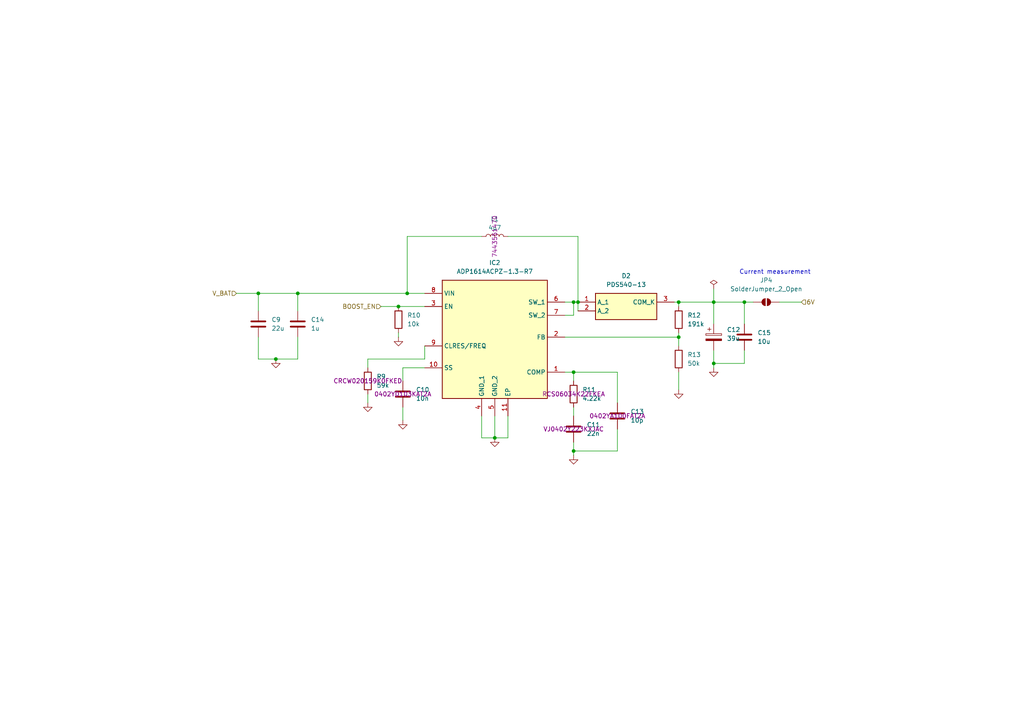
<source format=kicad_sch>
(kicad_sch
	(version 20250114)
	(generator "eeschema")
	(generator_version "9.0")
	(uuid "356bf85e-24b5-45e8-a747-048208d16265")
	(paper "A4")
	(lib_symbols
		(symbol "Device:C"
			(pin_numbers
				(hide yes)
			)
			(pin_names
				(offset 0.254)
			)
			(exclude_from_sim no)
			(in_bom yes)
			(on_board yes)
			(property "Reference" "C"
				(at 0.635 2.54 0)
				(effects
					(font
						(size 1.27 1.27)
					)
					(justify left)
				)
			)
			(property "Value" "C"
				(at 0.635 -2.54 0)
				(effects
					(font
						(size 1.27 1.27)
					)
					(justify left)
				)
			)
			(property "Footprint" ""
				(at 0.9652 -3.81 0)
				(effects
					(font
						(size 1.27 1.27)
					)
					(hide yes)
				)
			)
			(property "Datasheet" "~"
				(at 0 0 0)
				(effects
					(font
						(size 1.27 1.27)
					)
					(hide yes)
				)
			)
			(property "Description" "Unpolarized capacitor"
				(at 0 0 0)
				(effects
					(font
						(size 1.27 1.27)
					)
					(hide yes)
				)
			)
			(property "ki_keywords" "cap capacitor"
				(at 0 0 0)
				(effects
					(font
						(size 1.27 1.27)
					)
					(hide yes)
				)
			)
			(property "ki_fp_filters" "C_*"
				(at 0 0 0)
				(effects
					(font
						(size 1.27 1.27)
					)
					(hide yes)
				)
			)
			(symbol "C_0_1"
				(polyline
					(pts
						(xy -2.032 0.762) (xy 2.032 0.762)
					)
					(stroke
						(width 0.508)
						(type default)
					)
					(fill
						(type none)
					)
				)
				(polyline
					(pts
						(xy -2.032 -0.762) (xy 2.032 -0.762)
					)
					(stroke
						(width 0.508)
						(type default)
					)
					(fill
						(type none)
					)
				)
			)
			(symbol "C_1_1"
				(pin passive line
					(at 0 3.81 270)
					(length 2.794)
					(name "~"
						(effects
							(font
								(size 1.27 1.27)
							)
						)
					)
					(number "1"
						(effects
							(font
								(size 1.27 1.27)
							)
						)
					)
				)
				(pin passive line
					(at 0 -3.81 90)
					(length 2.794)
					(name "~"
						(effects
							(font
								(size 1.27 1.27)
							)
						)
					)
					(number "2"
						(effects
							(font
								(size 1.27 1.27)
							)
						)
					)
				)
			)
			(embedded_fonts no)
		)
		(symbol "Device:C_Polarized"
			(pin_numbers
				(hide yes)
			)
			(pin_names
				(offset 0.254)
			)
			(exclude_from_sim no)
			(in_bom yes)
			(on_board yes)
			(property "Reference" "C"
				(at 0.635 2.54 0)
				(effects
					(font
						(size 1.27 1.27)
					)
					(justify left)
				)
			)
			(property "Value" "C_Polarized"
				(at 0.635 -2.54 0)
				(effects
					(font
						(size 1.27 1.27)
					)
					(justify left)
				)
			)
			(property "Footprint" ""
				(at 0.9652 -3.81 0)
				(effects
					(font
						(size 1.27 1.27)
					)
					(hide yes)
				)
			)
			(property "Datasheet" "~"
				(at 0 0 0)
				(effects
					(font
						(size 1.27 1.27)
					)
					(hide yes)
				)
			)
			(property "Description" "Polarized capacitor"
				(at 0 0 0)
				(effects
					(font
						(size 1.27 1.27)
					)
					(hide yes)
				)
			)
			(property "ki_keywords" "cap capacitor"
				(at 0 0 0)
				(effects
					(font
						(size 1.27 1.27)
					)
					(hide yes)
				)
			)
			(property "ki_fp_filters" "CP_*"
				(at 0 0 0)
				(effects
					(font
						(size 1.27 1.27)
					)
					(hide yes)
				)
			)
			(symbol "C_Polarized_0_1"
				(rectangle
					(start -2.286 0.508)
					(end 2.286 1.016)
					(stroke
						(width 0)
						(type default)
					)
					(fill
						(type none)
					)
				)
				(polyline
					(pts
						(xy -1.778 2.286) (xy -0.762 2.286)
					)
					(stroke
						(width 0)
						(type default)
					)
					(fill
						(type none)
					)
				)
				(polyline
					(pts
						(xy -1.27 2.794) (xy -1.27 1.778)
					)
					(stroke
						(width 0)
						(type default)
					)
					(fill
						(type none)
					)
				)
				(rectangle
					(start 2.286 -0.508)
					(end -2.286 -1.016)
					(stroke
						(width 0)
						(type default)
					)
					(fill
						(type outline)
					)
				)
			)
			(symbol "C_Polarized_1_1"
				(pin passive line
					(at 0 3.81 270)
					(length 2.794)
					(name "~"
						(effects
							(font
								(size 1.27 1.27)
							)
						)
					)
					(number "1"
						(effects
							(font
								(size 1.27 1.27)
							)
						)
					)
				)
				(pin passive line
					(at 0 -3.81 90)
					(length 2.794)
					(name "~"
						(effects
							(font
								(size 1.27 1.27)
							)
						)
					)
					(number "2"
						(effects
							(font
								(size 1.27 1.27)
							)
						)
					)
				)
			)
			(embedded_fonts no)
		)
		(symbol "Device:L"
			(pin_numbers
				(hide yes)
			)
			(pin_names
				(offset 1.016)
				(hide yes)
			)
			(exclude_from_sim no)
			(in_bom yes)
			(on_board yes)
			(property "Reference" "L"
				(at -1.27 0 90)
				(effects
					(font
						(size 1.27 1.27)
					)
				)
			)
			(property "Value" "L"
				(at 1.905 0 90)
				(effects
					(font
						(size 1.27 1.27)
					)
				)
			)
			(property "Footprint" ""
				(at 0 0 0)
				(effects
					(font
						(size 1.27 1.27)
					)
					(hide yes)
				)
			)
			(property "Datasheet" "~"
				(at 0 0 0)
				(effects
					(font
						(size 1.27 1.27)
					)
					(hide yes)
				)
			)
			(property "Description" "Inductor"
				(at 0 0 0)
				(effects
					(font
						(size 1.27 1.27)
					)
					(hide yes)
				)
			)
			(property "ki_keywords" "inductor choke coil reactor magnetic"
				(at 0 0 0)
				(effects
					(font
						(size 1.27 1.27)
					)
					(hide yes)
				)
			)
			(property "ki_fp_filters" "Choke_* *Coil* Inductor_* L_*"
				(at 0 0 0)
				(effects
					(font
						(size 1.27 1.27)
					)
					(hide yes)
				)
			)
			(symbol "L_0_1"
				(arc
					(start 0 2.54)
					(mid 0.6323 1.905)
					(end 0 1.27)
					(stroke
						(width 0)
						(type default)
					)
					(fill
						(type none)
					)
				)
				(arc
					(start 0 1.27)
					(mid 0.6323 0.635)
					(end 0 0)
					(stroke
						(width 0)
						(type default)
					)
					(fill
						(type none)
					)
				)
				(arc
					(start 0 0)
					(mid 0.6323 -0.635)
					(end 0 -1.27)
					(stroke
						(width 0)
						(type default)
					)
					(fill
						(type none)
					)
				)
				(arc
					(start 0 -1.27)
					(mid 0.6323 -1.905)
					(end 0 -2.54)
					(stroke
						(width 0)
						(type default)
					)
					(fill
						(type none)
					)
				)
			)
			(symbol "L_1_1"
				(pin passive line
					(at 0 3.81 270)
					(length 1.27)
					(name "1"
						(effects
							(font
								(size 1.27 1.27)
							)
						)
					)
					(number "1"
						(effects
							(font
								(size 1.27 1.27)
							)
						)
					)
				)
				(pin passive line
					(at 0 -3.81 90)
					(length 1.27)
					(name "2"
						(effects
							(font
								(size 1.27 1.27)
							)
						)
					)
					(number "2"
						(effects
							(font
								(size 1.27 1.27)
							)
						)
					)
				)
			)
			(embedded_fonts no)
		)
		(symbol "Device:R"
			(pin_numbers
				(hide yes)
			)
			(pin_names
				(offset 0)
			)
			(exclude_from_sim no)
			(in_bom yes)
			(on_board yes)
			(property "Reference" "R"
				(at 2.032 0 90)
				(effects
					(font
						(size 1.27 1.27)
					)
				)
			)
			(property "Value" "R"
				(at 0 0 90)
				(effects
					(font
						(size 1.27 1.27)
					)
				)
			)
			(property "Footprint" ""
				(at -1.778 0 90)
				(effects
					(font
						(size 1.27 1.27)
					)
					(hide yes)
				)
			)
			(property "Datasheet" "~"
				(at 0 0 0)
				(effects
					(font
						(size 1.27 1.27)
					)
					(hide yes)
				)
			)
			(property "Description" "Resistor"
				(at 0 0 0)
				(effects
					(font
						(size 1.27 1.27)
					)
					(hide yes)
				)
			)
			(property "ki_keywords" "R res resistor"
				(at 0 0 0)
				(effects
					(font
						(size 1.27 1.27)
					)
					(hide yes)
				)
			)
			(property "ki_fp_filters" "R_*"
				(at 0 0 0)
				(effects
					(font
						(size 1.27 1.27)
					)
					(hide yes)
				)
			)
			(symbol "R_0_1"
				(rectangle
					(start -1.016 -2.54)
					(end 1.016 2.54)
					(stroke
						(width 0.254)
						(type default)
					)
					(fill
						(type none)
					)
				)
			)
			(symbol "R_1_1"
				(pin passive line
					(at 0 3.81 270)
					(length 1.27)
					(name "~"
						(effects
							(font
								(size 1.27 1.27)
							)
						)
					)
					(number "1"
						(effects
							(font
								(size 1.27 1.27)
							)
						)
					)
				)
				(pin passive line
					(at 0 -3.81 90)
					(length 1.27)
					(name "~"
						(effects
							(font
								(size 1.27 1.27)
							)
						)
					)
					(number "2"
						(effects
							(font
								(size 1.27 1.27)
							)
						)
					)
				)
			)
			(embedded_fonts no)
		)
		(symbol "Jumper:SolderJumper_2_Open"
			(pin_numbers
				(hide yes)
			)
			(pin_names
				(offset 0)
				(hide yes)
			)
			(exclude_from_sim yes)
			(in_bom no)
			(on_board yes)
			(property "Reference" "JP"
				(at 0 2.032 0)
				(effects
					(font
						(size 1.27 1.27)
					)
				)
			)
			(property "Value" "SolderJumper_2_Open"
				(at 0 -2.54 0)
				(effects
					(font
						(size 1.27 1.27)
					)
				)
			)
			(property "Footprint" ""
				(at 0 0 0)
				(effects
					(font
						(size 1.27 1.27)
					)
					(hide yes)
				)
			)
			(property "Datasheet" "~"
				(at 0 0 0)
				(effects
					(font
						(size 1.27 1.27)
					)
					(hide yes)
				)
			)
			(property "Description" "Solder Jumper, 2-pole, open"
				(at 0 0 0)
				(effects
					(font
						(size 1.27 1.27)
					)
					(hide yes)
				)
			)
			(property "ki_keywords" "solder jumper SPST"
				(at 0 0 0)
				(effects
					(font
						(size 1.27 1.27)
					)
					(hide yes)
				)
			)
			(property "ki_fp_filters" "SolderJumper*Open*"
				(at 0 0 0)
				(effects
					(font
						(size 1.27 1.27)
					)
					(hide yes)
				)
			)
			(symbol "SolderJumper_2_Open_0_1"
				(polyline
					(pts
						(xy -0.254 1.016) (xy -0.254 -1.016)
					)
					(stroke
						(width 0)
						(type default)
					)
					(fill
						(type none)
					)
				)
				(arc
					(start -0.254 -1.016)
					(mid -1.2656 0)
					(end -0.254 1.016)
					(stroke
						(width 0)
						(type default)
					)
					(fill
						(type none)
					)
				)
				(arc
					(start -0.254 -1.016)
					(mid -1.2656 0)
					(end -0.254 1.016)
					(stroke
						(width 0)
						(type default)
					)
					(fill
						(type outline)
					)
				)
				(arc
					(start 0.254 1.016)
					(mid 1.2656 0)
					(end 0.254 -1.016)
					(stroke
						(width 0)
						(type default)
					)
					(fill
						(type none)
					)
				)
				(arc
					(start 0.254 1.016)
					(mid 1.2656 0)
					(end 0.254 -1.016)
					(stroke
						(width 0)
						(type default)
					)
					(fill
						(type outline)
					)
				)
				(polyline
					(pts
						(xy 0.254 1.016) (xy 0.254 -1.016)
					)
					(stroke
						(width 0)
						(type default)
					)
					(fill
						(type none)
					)
				)
			)
			(symbol "SolderJumper_2_Open_1_1"
				(pin passive line
					(at -3.81 0 0)
					(length 2.54)
					(name "A"
						(effects
							(font
								(size 1.27 1.27)
							)
						)
					)
					(number "1"
						(effects
							(font
								(size 1.27 1.27)
							)
						)
					)
				)
				(pin passive line
					(at 3.81 0 180)
					(length 2.54)
					(name "B"
						(effects
							(font
								(size 1.27 1.27)
							)
						)
					)
					(number "2"
						(effects
							(font
								(size 1.27 1.27)
							)
						)
					)
				)
			)
			(embedded_fonts no)
		)
		(symbol "Smart_helmet:ADP1614ACPZ-1.3-R7"
			(exclude_from_sim no)
			(in_bom yes)
			(on_board yes)
			(property "Reference" "IC"
				(at 36.83 7.62 0)
				(effects
					(font
						(size 1.27 1.27)
					)
					(justify left top)
				)
			)
			(property "Value" "ADP1614ACPZ-1.3-R7"
				(at 36.83 5.08 0)
				(effects
					(font
						(size 1.27 1.27)
					)
					(justify left top)
				)
			)
			(property "Footprint" "SON50P300X300X85-11N-D"
				(at 36.83 -94.92 0)
				(effects
					(font
						(size 1.27 1.27)
					)
					(justify left top)
					(hide yes)
				)
			)
			(property "Datasheet" ""
				(at 36.83 -194.92 0)
				(effects
					(font
						(size 1.27 1.27)
					)
					(justify left top)
					(hide yes)
				)
			)
			(property "Description" "DC-DC Converter 2.5 to 5.5V 10-Pin LFCSP Analog Devices ADP1614ACPZ-1.3-R7, Step Up DC-DC Controller, 4A, Adjustable, 2.5  20 V, 10-Pin LFCSP"
				(at 0 0 0)
				(effects
					(font
						(size 1.27 1.27)
					)
					(hide yes)
				)
			)
			(property "Height" "0.85"
				(at 36.83 -394.92 0)
				(effects
					(font
						(size 1.27 1.27)
					)
					(justify left top)
					(hide yes)
				)
			)
			(property "Mouser Part Number" "584-ADP1614ACPZ1.3R7"
				(at 36.83 -494.92 0)
				(effects
					(font
						(size 1.27 1.27)
					)
					(justify left top)
					(hide yes)
				)
			)
			(property "Mouser Price/Stock" "https://www.mouser.co.uk/ProductDetail/Analog-Devices/ADP1614ACPZ-1.3-R7?qs=WIvQP4zGangt2jOqQFjtng%3D%3D"
				(at 36.83 -594.92 0)
				(effects
					(font
						(size 1.27 1.27)
					)
					(justify left top)
					(hide yes)
				)
			)
			(property "Manufacturer_Name" "Analog Devices"
				(at 36.83 -694.92 0)
				(effects
					(font
						(size 1.27 1.27)
					)
					(justify left top)
					(hide yes)
				)
			)
			(property "Manufacturer_Part_Number" "ADP1614ACPZ-1.3-R7"
				(at 36.83 -794.92 0)
				(effects
					(font
						(size 1.27 1.27)
					)
					(justify left top)
					(hide yes)
				)
			)
			(symbol "ADP1614ACPZ-1.3-R7_1_1"
				(rectangle
					(start 5.08 2.54)
					(end 35.56 -31.75)
					(stroke
						(width 0.254)
						(type default)
					)
					(fill
						(type background)
					)
				)
				(pin passive line
					(at 0 -1.27 0)
					(length 5.08)
					(name "VIN"
						(effects
							(font
								(size 1.27 1.27)
							)
						)
					)
					(number "8"
						(effects
							(font
								(size 1.27 1.27)
							)
						)
					)
				)
				(pin passive line
					(at 0 -5.08 0)
					(length 5.08)
					(name "EN"
						(effects
							(font
								(size 1.27 1.27)
							)
						)
					)
					(number "3"
						(effects
							(font
								(size 1.27 1.27)
							)
						)
					)
				)
				(pin passive line
					(at 0 -16.51 0)
					(length 5.08)
					(name "CLRES/FREQ"
						(effects
							(font
								(size 1.27 1.27)
							)
						)
					)
					(number "9"
						(effects
							(font
								(size 1.27 1.27)
							)
						)
					)
				)
				(pin passive line
					(at 0 -22.86 0)
					(length 5.08)
					(name "SS"
						(effects
							(font
								(size 1.27 1.27)
							)
						)
					)
					(number "10"
						(effects
							(font
								(size 1.27 1.27)
							)
						)
					)
				)
				(pin passive line
					(at 16.51 -36.83 90)
					(length 5.08)
					(name "GND_1"
						(effects
							(font
								(size 1.27 1.27)
							)
						)
					)
					(number "4"
						(effects
							(font
								(size 1.27 1.27)
							)
						)
					)
				)
				(pin passive line
					(at 20.32 -36.83 90)
					(length 5.08)
					(name "GND_2"
						(effects
							(font
								(size 1.27 1.27)
							)
						)
					)
					(number "5"
						(effects
							(font
								(size 1.27 1.27)
							)
						)
					)
				)
				(pin passive line
					(at 24.13 -36.83 90)
					(length 5.08)
					(name "EP"
						(effects
							(font
								(size 1.27 1.27)
							)
						)
					)
					(number "11"
						(effects
							(font
								(size 1.27 1.27)
							)
						)
					)
				)
				(pin passive line
					(at 40.64 -3.81 180)
					(length 5.08)
					(name "SW_1"
						(effects
							(font
								(size 1.27 1.27)
							)
						)
					)
					(number "6"
						(effects
							(font
								(size 1.27 1.27)
							)
						)
					)
				)
				(pin passive line
					(at 40.64 -7.62 180)
					(length 5.08)
					(name "SW_2"
						(effects
							(font
								(size 1.27 1.27)
							)
						)
					)
					(number "7"
						(effects
							(font
								(size 1.27 1.27)
							)
						)
					)
				)
				(pin passive line
					(at 40.64 -13.97 180)
					(length 5.08)
					(name "FB"
						(effects
							(font
								(size 1.27 1.27)
							)
						)
					)
					(number "2"
						(effects
							(font
								(size 1.27 1.27)
							)
						)
					)
				)
				(pin passive line
					(at 40.64 -24.13 180)
					(length 5.08)
					(name "COMP"
						(effects
							(font
								(size 1.27 1.27)
							)
						)
					)
					(number "1"
						(effects
							(font
								(size 1.27 1.27)
							)
						)
					)
				)
			)
			(embedded_fonts no)
		)
		(symbol "Smart_helmet:PDS540-13"
			(exclude_from_sim no)
			(in_bom yes)
			(on_board yes)
			(property "Reference" "D"
				(at 24.13 7.62 0)
				(effects
					(font
						(size 1.27 1.27)
					)
					(justify left top)
				)
			)
			(property "Value" "PDS540-13"
				(at 24.13 5.08 0)
				(effects
					(font
						(size 1.27 1.27)
					)
					(justify left top)
				)
			)
			(property "Footprint" "PDS54013"
				(at 24.13 -94.92 0)
				(effects
					(font
						(size 1.27 1.27)
					)
					(justify left top)
					(hide yes)
				)
			)
			(property "Datasheet" "https://www.diodes.com//assets/Datasheets/PDS540.pdf"
				(at 24.13 -194.92 0)
				(effects
					(font
						(size 1.27 1.27)
					)
					(justify left top)
					(hide yes)
				)
			)
			(property "Description" "Schottky Diodes & Rectifiers 5.0A 40V LFF"
				(at 0 0 0)
				(effects
					(font
						(size 1.27 1.27)
					)
					(hide yes)
				)
			)
			(property "Height" "1.15"
				(at 24.13 -394.92 0)
				(effects
					(font
						(size 1.27 1.27)
					)
					(justify left top)
					(hide yes)
				)
			)
			(property "Mouser Part Number" "621-PDS540-13"
				(at 24.13 -494.92 0)
				(effects
					(font
						(size 1.27 1.27)
					)
					(justify left top)
					(hide yes)
				)
			)
			(property "Mouser Price/Stock" "https://www.mouser.co.uk/ProductDetail/Diodes-Incorporated/PDS540-13?qs=rNZh4F5RthSxp%252BjwYuAnXA%3D%3D"
				(at 24.13 -594.92 0)
				(effects
					(font
						(size 1.27 1.27)
					)
					(justify left top)
					(hide yes)
				)
			)
			(property "Manufacturer_Name" "Diodes Incorporated"
				(at 24.13 -694.92 0)
				(effects
					(font
						(size 1.27 1.27)
					)
					(justify left top)
					(hide yes)
				)
			)
			(property "Manufacturer_Part_Number" "PDS540-13"
				(at 24.13 -794.92 0)
				(effects
					(font
						(size 1.27 1.27)
					)
					(justify left top)
					(hide yes)
				)
			)
			(symbol "PDS540-13_1_1"
				(rectangle
					(start 5.08 2.54)
					(end 22.86 -5.08)
					(stroke
						(width 0.254)
						(type default)
					)
					(fill
						(type background)
					)
				)
				(pin passive line
					(at 0 0 0)
					(length 5.08)
					(name "A_1"
						(effects
							(font
								(size 1.27 1.27)
							)
						)
					)
					(number "1"
						(effects
							(font
								(size 1.27 1.27)
							)
						)
					)
				)
				(pin passive line
					(at 0 -2.54 0)
					(length 5.08)
					(name "A_2"
						(effects
							(font
								(size 1.27 1.27)
							)
						)
					)
					(number "2"
						(effects
							(font
								(size 1.27 1.27)
							)
						)
					)
				)
				(pin passive line
					(at 27.94 0 180)
					(length 5.08)
					(name "COM_K"
						(effects
							(font
								(size 1.27 1.27)
							)
						)
					)
					(number "3"
						(effects
							(font
								(size 1.27 1.27)
							)
						)
					)
				)
			)
			(embedded_fonts no)
		)
		(symbol "power:GND"
			(power)
			(pin_numbers
				(hide yes)
			)
			(pin_names
				(offset 0)
				(hide yes)
			)
			(exclude_from_sim no)
			(in_bom yes)
			(on_board yes)
			(property "Reference" "#PWR"
				(at 0 -6.35 0)
				(effects
					(font
						(size 1.27 1.27)
					)
					(hide yes)
				)
			)
			(property "Value" "GND"
				(at 0 -3.81 0)
				(effects
					(font
						(size 1.27 1.27)
					)
				)
			)
			(property "Footprint" ""
				(at 0 0 0)
				(effects
					(font
						(size 1.27 1.27)
					)
					(hide yes)
				)
			)
			(property "Datasheet" ""
				(at 0 0 0)
				(effects
					(font
						(size 1.27 1.27)
					)
					(hide yes)
				)
			)
			(property "Description" "Power symbol creates a global label with name \"GND\" , ground"
				(at 0 0 0)
				(effects
					(font
						(size 1.27 1.27)
					)
					(hide yes)
				)
			)
			(property "ki_keywords" "global power"
				(at 0 0 0)
				(effects
					(font
						(size 1.27 1.27)
					)
					(hide yes)
				)
			)
			(symbol "GND_0_1"
				(polyline
					(pts
						(xy 0 0) (xy 0 -1.27) (xy 1.27 -1.27) (xy 0 -2.54) (xy -1.27 -1.27) (xy 0 -1.27)
					)
					(stroke
						(width 0)
						(type default)
					)
					(fill
						(type none)
					)
				)
			)
			(symbol "GND_1_1"
				(pin power_in line
					(at 0 0 270)
					(length 0)
					(name "~"
						(effects
							(font
								(size 1.27 1.27)
							)
						)
					)
					(number "1"
						(effects
							(font
								(size 1.27 1.27)
							)
						)
					)
				)
			)
			(embedded_fonts no)
		)
		(symbol "power:PWR_FLAG"
			(power)
			(pin_numbers
				(hide yes)
			)
			(pin_names
				(offset 0)
				(hide yes)
			)
			(exclude_from_sim no)
			(in_bom yes)
			(on_board yes)
			(property "Reference" "#FLG"
				(at 0 1.905 0)
				(effects
					(font
						(size 1.27 1.27)
					)
					(hide yes)
				)
			)
			(property "Value" "PWR_FLAG"
				(at 0 3.81 0)
				(effects
					(font
						(size 1.27 1.27)
					)
				)
			)
			(property "Footprint" ""
				(at 0 0 0)
				(effects
					(font
						(size 1.27 1.27)
					)
					(hide yes)
				)
			)
			(property "Datasheet" "~"
				(at 0 0 0)
				(effects
					(font
						(size 1.27 1.27)
					)
					(hide yes)
				)
			)
			(property "Description" "Special symbol for telling ERC where power comes from"
				(at 0 0 0)
				(effects
					(font
						(size 1.27 1.27)
					)
					(hide yes)
				)
			)
			(property "ki_keywords" "flag power"
				(at 0 0 0)
				(effects
					(font
						(size 1.27 1.27)
					)
					(hide yes)
				)
			)
			(symbol "PWR_FLAG_0_0"
				(pin power_out line
					(at 0 0 90)
					(length 0)
					(name "~"
						(effects
							(font
								(size 1.27 1.27)
							)
						)
					)
					(number "1"
						(effects
							(font
								(size 1.27 1.27)
							)
						)
					)
				)
			)
			(symbol "PWR_FLAG_0_1"
				(polyline
					(pts
						(xy 0 0) (xy 0 1.27) (xy -1.016 1.905) (xy 0 2.54) (xy 1.016 1.905) (xy 0 1.27)
					)
					(stroke
						(width 0)
						(type default)
					)
					(fill
						(type none)
					)
				)
			)
			(embedded_fonts no)
		)
	)
	(text "Current measurement\n"
		(exclude_from_sim no)
		(at 224.79 78.994 0)
		(effects
			(font
				(size 1.27 1.27)
			)
		)
		(uuid "5115bf3a-a166-4b2f-8d85-3b6d643a69e2")
	)
	(junction
		(at 74.93 85.09)
		(diameter 0)
		(color 0 0 0 0)
		(uuid "046d8872-b21f-4e05-bca9-2152e7356124")
	)
	(junction
		(at 207.01 87.63)
		(diameter 0)
		(color 0 0 0 0)
		(uuid "0d1f8f17-ef43-4899-b1f1-fc250a86157b")
	)
	(junction
		(at 166.37 107.95)
		(diameter 0)
		(color 0 0 0 0)
		(uuid "449b8e4b-f8ce-459e-9cad-8acbf0482080")
	)
	(junction
		(at 167.64 87.63)
		(diameter 0)
		(color 0 0 0 0)
		(uuid "4521cfda-1d30-4fc9-81cd-ef23d59b37bc")
	)
	(junction
		(at 80.01 104.14)
		(diameter 0)
		(color 0 0 0 0)
		(uuid "4971e0b9-af82-4d2d-9599-8877056b27fc")
	)
	(junction
		(at 143.51 127)
		(diameter 0)
		(color 0 0 0 0)
		(uuid "7ed0c50a-da4a-4560-b901-9f9a0ac02d9b")
	)
	(junction
		(at 196.85 87.63)
		(diameter 0)
		(color 0 0 0 0)
		(uuid "8ce9ddbf-647e-40cf-bf0c-e1f78a06fb86")
	)
	(junction
		(at 166.37 87.63)
		(diameter 0)
		(color 0 0 0 0)
		(uuid "8d356956-7762-4285-b2da-2f58c2fbaae2")
	)
	(junction
		(at 86.36 85.09)
		(diameter 0)
		(color 0 0 0 0)
		(uuid "9f448361-d2aa-4535-a3d1-558481daf1c9")
	)
	(junction
		(at 115.57 88.9)
		(diameter 0)
		(color 0 0 0 0)
		(uuid "aec2c486-aab1-45b9-9138-865e2e011521")
	)
	(junction
		(at 166.37 130.81)
		(diameter 0)
		(color 0 0 0 0)
		(uuid "c524ed8c-5443-40e5-b0a2-e74a7afcc519")
	)
	(junction
		(at 207.01 105.41)
		(diameter 0)
		(color 0 0 0 0)
		(uuid "d1be3019-6d4e-4881-a10c-7f913ac11ccc")
	)
	(junction
		(at 196.85 97.79)
		(diameter 0)
		(color 0 0 0 0)
		(uuid "ddb055ab-aa7a-41ea-b335-0395da388f0d")
	)
	(junction
		(at 215.9 87.63)
		(diameter 0)
		(color 0 0 0 0)
		(uuid "f8fb0a17-50e6-4345-83ab-7fa7e9cb3246")
	)
	(junction
		(at 118.11 85.09)
		(diameter 0)
		(color 0 0 0 0)
		(uuid "fc554ef5-aef9-44ff-a6ae-3ae0f715ac50")
	)
	(wire
		(pts
			(xy 123.19 104.14) (xy 123.19 100.33)
		)
		(stroke
			(width 0)
			(type default)
		)
		(uuid "07d6bc79-54bf-41b0-9f5b-098d95f7f325")
	)
	(wire
		(pts
			(xy 147.32 127) (xy 143.51 127)
		)
		(stroke
			(width 0)
			(type default)
		)
		(uuid "08e2b71c-fd74-412d-81d6-6d3011664693")
	)
	(wire
		(pts
			(xy 167.64 68.58) (xy 167.64 87.63)
		)
		(stroke
			(width 0)
			(type default)
		)
		(uuid "091258c1-4dc4-4b5d-b52e-b5f7e669732c")
	)
	(wire
		(pts
			(xy 106.68 114.3) (xy 106.68 116.84)
		)
		(stroke
			(width 0)
			(type default)
		)
		(uuid "0c1ab641-47b3-4b3c-8943-6c71ef151d0f")
	)
	(wire
		(pts
			(xy 215.9 87.63) (xy 218.44 87.63)
		)
		(stroke
			(width 0)
			(type default)
		)
		(uuid "0cfd0350-edf5-455a-9f69-0f1694be892d")
	)
	(wire
		(pts
			(xy 139.7 68.58) (xy 118.11 68.58)
		)
		(stroke
			(width 0)
			(type default)
		)
		(uuid "145080c7-8e95-49af-9de7-4326bc175239")
	)
	(wire
		(pts
			(xy 166.37 91.44) (xy 166.37 87.63)
		)
		(stroke
			(width 0)
			(type default)
		)
		(uuid "174dc12c-8b90-4433-9bc2-582ad8fcf1a1")
	)
	(wire
		(pts
			(xy 163.83 97.79) (xy 196.85 97.79)
		)
		(stroke
			(width 0)
			(type default)
		)
		(uuid "198ee462-552b-4ae9-a52e-74dab975203d")
	)
	(wire
		(pts
			(xy 166.37 107.95) (xy 166.37 110.49)
		)
		(stroke
			(width 0)
			(type default)
		)
		(uuid "1a4694b0-157b-4506-953e-0694b35701bb")
	)
	(wire
		(pts
			(xy 207.01 101.6) (xy 207.01 105.41)
		)
		(stroke
			(width 0)
			(type default)
		)
		(uuid "21164f1f-084a-4989-820e-3ef4ee628ba7")
	)
	(wire
		(pts
			(xy 207.01 87.63) (xy 215.9 87.63)
		)
		(stroke
			(width 0)
			(type default)
		)
		(uuid "215213f9-8494-40fe-9994-92476167be99")
	)
	(wire
		(pts
			(xy 163.83 107.95) (xy 166.37 107.95)
		)
		(stroke
			(width 0)
			(type default)
		)
		(uuid "29a64320-90fe-4948-9105-8294098ea79e")
	)
	(wire
		(pts
			(xy 163.83 87.63) (xy 166.37 87.63)
		)
		(stroke
			(width 0)
			(type default)
		)
		(uuid "38e9147d-7cd3-4b12-97b5-5fbb8a9ecc00")
	)
	(wire
		(pts
			(xy 118.11 85.09) (xy 123.19 85.09)
		)
		(stroke
			(width 0)
			(type default)
		)
		(uuid "3990c375-f09b-4651-ad77-ae9d1b0b4264")
	)
	(wire
		(pts
			(xy 195.58 87.63) (xy 196.85 87.63)
		)
		(stroke
			(width 0)
			(type default)
		)
		(uuid "3a378799-5c63-4912-912e-af0c12401b4a")
	)
	(wire
		(pts
			(xy 166.37 128.27) (xy 166.37 130.81)
		)
		(stroke
			(width 0)
			(type default)
		)
		(uuid "3ca3cac3-a309-4cae-b451-4bd551f19a27")
	)
	(wire
		(pts
			(xy 86.36 97.79) (xy 86.36 104.14)
		)
		(stroke
			(width 0)
			(type default)
		)
		(uuid "46630a97-bbb8-4165-a997-5b662b503a1b")
	)
	(wire
		(pts
			(xy 166.37 87.63) (xy 167.64 87.63)
		)
		(stroke
			(width 0)
			(type default)
		)
		(uuid "4725eb64-08a6-48f0-8fda-4e9a92fb78da")
	)
	(wire
		(pts
			(xy 207.01 105.41) (xy 207.01 106.68)
		)
		(stroke
			(width 0)
			(type default)
		)
		(uuid "4798daeb-b14c-43dd-ae83-eedd042cdb10")
	)
	(wire
		(pts
			(xy 74.93 97.79) (xy 74.93 104.14)
		)
		(stroke
			(width 0)
			(type default)
		)
		(uuid "4abfd070-42cc-4e32-9d80-69c954b67f54")
	)
	(wire
		(pts
			(xy 115.57 96.52) (xy 115.57 97.79)
		)
		(stroke
			(width 0)
			(type default)
		)
		(uuid "4b9f2a33-8995-4534-aca9-668dc0c2f1de")
	)
	(wire
		(pts
			(xy 196.85 87.63) (xy 207.01 87.63)
		)
		(stroke
			(width 0)
			(type default)
		)
		(uuid "578e63c6-c6b7-4d2f-b236-7f3c48e22c91")
	)
	(wire
		(pts
			(xy 166.37 118.11) (xy 166.37 120.65)
		)
		(stroke
			(width 0)
			(type default)
		)
		(uuid "587af2aa-7d04-4f2c-9510-33997f9b9c2e")
	)
	(wire
		(pts
			(xy 147.32 68.58) (xy 167.64 68.58)
		)
		(stroke
			(width 0)
			(type default)
		)
		(uuid "607b3914-8394-4c02-8a16-80d6349e48d4")
	)
	(wire
		(pts
			(xy 226.06 87.63) (xy 232.41 87.63)
		)
		(stroke
			(width 0)
			(type default)
		)
		(uuid "61b9a3bf-6169-4671-b69e-3518fc68e1df")
	)
	(wire
		(pts
			(xy 215.9 101.6) (xy 215.9 105.41)
		)
		(stroke
			(width 0)
			(type default)
		)
		(uuid "6c1d129f-5d13-44dc-b1aa-75fbc9734bf3")
	)
	(wire
		(pts
			(xy 196.85 97.79) (xy 196.85 100.33)
		)
		(stroke
			(width 0)
			(type default)
		)
		(uuid "6f1220bb-0399-46b5-9c4b-74251f8dffa6")
	)
	(wire
		(pts
			(xy 179.07 124.46) (xy 179.07 130.81)
		)
		(stroke
			(width 0)
			(type default)
		)
		(uuid "6fa676e7-d509-4d16-9b77-2a3112f420d7")
	)
	(wire
		(pts
			(xy 106.68 104.14) (xy 106.68 106.68)
		)
		(stroke
			(width 0)
			(type default)
		)
		(uuid "71c43cb8-b33a-47a1-a651-4c53f0cf47c4")
	)
	(wire
		(pts
			(xy 74.93 85.09) (xy 74.93 90.17)
		)
		(stroke
			(width 0)
			(type default)
		)
		(uuid "763aea47-5aac-4f74-b0c9-d764345ff5a0")
	)
	(wire
		(pts
			(xy 215.9 87.63) (xy 215.9 93.98)
		)
		(stroke
			(width 0)
			(type default)
		)
		(uuid "7cb61142-de96-425b-823f-b5e7a092f845")
	)
	(wire
		(pts
			(xy 143.51 120.65) (xy 143.51 127)
		)
		(stroke
			(width 0)
			(type default)
		)
		(uuid "817f3805-4295-48b3-a71a-c78d4ad1d851")
	)
	(wire
		(pts
			(xy 110.49 88.9) (xy 115.57 88.9)
		)
		(stroke
			(width 0)
			(type default)
		)
		(uuid "86137010-bea7-4a19-941e-5cb39f25e6da")
	)
	(wire
		(pts
			(xy 86.36 104.14) (xy 80.01 104.14)
		)
		(stroke
			(width 0)
			(type default)
		)
		(uuid "987dd8ea-a37e-45cd-85af-05483d621ca2")
	)
	(wire
		(pts
			(xy 68.58 85.09) (xy 74.93 85.09)
		)
		(stroke
			(width 0)
			(type default)
		)
		(uuid "9f1ff964-d3e6-41f8-978f-05064947f70c")
	)
	(wire
		(pts
			(xy 86.36 85.09) (xy 118.11 85.09)
		)
		(stroke
			(width 0)
			(type default)
		)
		(uuid "a2e785b7-a577-4d7b-85d6-e05698a3ea72")
	)
	(wire
		(pts
			(xy 207.01 83.82) (xy 207.01 87.63)
		)
		(stroke
			(width 0)
			(type default)
		)
		(uuid "a435be75-73f5-4efc-913d-e39d020949ec")
	)
	(wire
		(pts
			(xy 167.64 87.63) (xy 167.64 90.17)
		)
		(stroke
			(width 0)
			(type default)
		)
		(uuid "a48ca942-d91d-4def-a580-6bd1c582d8ff")
	)
	(wire
		(pts
			(xy 118.11 68.58) (xy 118.11 85.09)
		)
		(stroke
			(width 0)
			(type default)
		)
		(uuid "a7ea246b-5f15-48df-981d-4df57d2e49b6")
	)
	(wire
		(pts
			(xy 179.07 130.81) (xy 166.37 130.81)
		)
		(stroke
			(width 0)
			(type default)
		)
		(uuid "a8252ab6-9220-4de2-a243-80bc0a4ab7c0")
	)
	(wire
		(pts
			(xy 179.07 116.84) (xy 179.07 107.95)
		)
		(stroke
			(width 0)
			(type default)
		)
		(uuid "ab23d953-9780-4efb-81c2-31454261cef8")
	)
	(wire
		(pts
			(xy 115.57 88.9) (xy 123.19 88.9)
		)
		(stroke
			(width 0)
			(type default)
		)
		(uuid "ac3fbb5f-b497-411f-afae-ea1cfae8a512")
	)
	(wire
		(pts
			(xy 123.19 104.14) (xy 106.68 104.14)
		)
		(stroke
			(width 0)
			(type default)
		)
		(uuid "b17fb3ed-17d1-48f9-87b4-f7ede175020b")
	)
	(wire
		(pts
			(xy 139.7 120.65) (xy 139.7 127)
		)
		(stroke
			(width 0)
			(type default)
		)
		(uuid "b6064fb6-2f6d-4329-8270-dab7a0146cd3")
	)
	(wire
		(pts
			(xy 86.36 85.09) (xy 86.36 90.17)
		)
		(stroke
			(width 0)
			(type default)
		)
		(uuid "b6f7bd03-6a4a-41a2-bd29-a2c37bbb2dc0")
	)
	(wire
		(pts
			(xy 123.19 106.68) (xy 116.84 106.68)
		)
		(stroke
			(width 0)
			(type default)
		)
		(uuid "ba5fd735-b261-44fe-ae0b-c5c394c70526")
	)
	(wire
		(pts
			(xy 215.9 105.41) (xy 207.01 105.41)
		)
		(stroke
			(width 0)
			(type default)
		)
		(uuid "bca5b535-25c2-4219-9639-187958c3f3cf")
	)
	(wire
		(pts
			(xy 207.01 87.63) (xy 207.01 93.98)
		)
		(stroke
			(width 0)
			(type default)
		)
		(uuid "bd1cbace-d06c-43a4-b6a3-743ec0361ac8")
	)
	(wire
		(pts
			(xy 74.93 85.09) (xy 86.36 85.09)
		)
		(stroke
			(width 0)
			(type default)
		)
		(uuid "c43b59db-66a2-45d9-8544-3c92c40f7796")
	)
	(wire
		(pts
			(xy 196.85 97.79) (xy 196.85 96.52)
		)
		(stroke
			(width 0)
			(type default)
		)
		(uuid "c4a68853-aa07-4597-ae2a-b3aec059df82")
	)
	(wire
		(pts
			(xy 163.83 91.44) (xy 166.37 91.44)
		)
		(stroke
			(width 0)
			(type default)
		)
		(uuid "d1d9f7d1-ea1e-4a10-b5a1-4449103d31f2")
	)
	(wire
		(pts
			(xy 139.7 127) (xy 143.51 127)
		)
		(stroke
			(width 0)
			(type default)
		)
		(uuid "de982a1d-576c-4d4a-8e74-340b5b2370ba")
	)
	(wire
		(pts
			(xy 179.07 107.95) (xy 166.37 107.95)
		)
		(stroke
			(width 0)
			(type default)
		)
		(uuid "df701840-1bdc-40ef-8793-0bf6b166b088")
	)
	(wire
		(pts
			(xy 166.37 130.81) (xy 166.37 132.08)
		)
		(stroke
			(width 0)
			(type default)
		)
		(uuid "e66a77a5-e78c-490e-b925-b0ad58991675")
	)
	(wire
		(pts
			(xy 196.85 107.95) (xy 196.85 113.03)
		)
		(stroke
			(width 0)
			(type default)
		)
		(uuid "e7450ded-892e-46f2-8d9f-351e7da9fd19")
	)
	(wire
		(pts
			(xy 116.84 106.68) (xy 116.84 110.49)
		)
		(stroke
			(width 0)
			(type default)
		)
		(uuid "e84967c7-26f4-485e-b023-7a1144f8ce98")
	)
	(wire
		(pts
			(xy 116.84 118.11) (xy 116.84 121.92)
		)
		(stroke
			(width 0)
			(type default)
		)
		(uuid "eb711f5b-f915-4cf1-b638-08782ae94740")
	)
	(wire
		(pts
			(xy 196.85 87.63) (xy 196.85 88.9)
		)
		(stroke
			(width 0)
			(type default)
		)
		(uuid "ef0b7776-2c60-4912-8de2-9a6161d8e0a6")
	)
	(wire
		(pts
			(xy 74.93 104.14) (xy 80.01 104.14)
		)
		(stroke
			(width 0)
			(type default)
		)
		(uuid "f4fc28a1-0b89-436c-9b52-f5d1c4086956")
	)
	(wire
		(pts
			(xy 147.32 120.65) (xy 147.32 127)
		)
		(stroke
			(width 0)
			(type default)
		)
		(uuid "fc66ae59-68d4-48fa-a90c-e7200a2e7bdc")
	)
	(hierarchical_label "V_BAT"
		(shape input)
		(at 68.58 85.09 180)
		(effects
			(font
				(size 1.27 1.27)
			)
			(justify right)
		)
		(uuid "000e494b-d2bd-4248-b936-89c4e405e686")
	)
	(hierarchical_label "BOOST_EN"
		(shape input)
		(at 110.49 88.9 180)
		(effects
			(font
				(size 1.27 1.27)
			)
			(justify right)
		)
		(uuid "e1c8b63c-aa11-4ac8-aaad-eeed05fb4135")
	)
	(hierarchical_label "6V"
		(shape input)
		(at 232.41 87.63 0)
		(effects
			(font
				(size 1.27 1.27)
			)
			(justify left)
		)
		(uuid "f2d5bcde-d8ce-4af6-821a-4c41523627f6")
	)
	(symbol
		(lib_id "power:GND")
		(at 207.01 106.68 0)
		(unit 1)
		(exclude_from_sim no)
		(in_bom yes)
		(on_board yes)
		(dnp no)
		(fields_autoplaced yes)
		(uuid "03adeb9a-f316-4d98-a8fb-d827a074f585")
		(property "Reference" "#PWR021"
			(at 207.01 113.03 0)
			(effects
				(font
					(size 1.27 1.27)
				)
				(hide yes)
			)
		)
		(property "Value" "GND"
			(at 207.01 111.76 0)
			(effects
				(font
					(size 1.27 1.27)
				)
				(hide yes)
			)
		)
		(property "Footprint" ""
			(at 207.01 106.68 0)
			(effects
				(font
					(size 1.27 1.27)
				)
				(hide yes)
			)
		)
		(property "Datasheet" ""
			(at 207.01 106.68 0)
			(effects
				(font
					(size 1.27 1.27)
				)
				(hide yes)
			)
		)
		(property "Description" "Power symbol creates a global label with name \"GND\" , ground"
			(at 207.01 106.68 0)
			(effects
				(font
					(size 1.27 1.27)
				)
				(hide yes)
			)
		)
		(pin "1"
			(uuid "fec170b3-0693-423c-b66b-a45e555bf065")
		)
		(instances
			(project "pcb_front"
				(path "/7f96c659-7623-4641-9656-bc143c7b2776/644ea6a7-d67d-4800-9f50-c48ebf39330b"
					(reference "#PWR021")
					(unit 1)
				)
			)
		)
	)
	(symbol
		(lib_id "power:PWR_FLAG")
		(at 207.01 83.82 0)
		(unit 1)
		(exclude_from_sim no)
		(in_bom yes)
		(on_board yes)
		(dnp no)
		(fields_autoplaced yes)
		(uuid "08ce844d-1100-4be8-8405-f851a84fee2d")
		(property "Reference" "#FLG03"
			(at 207.01 81.915 0)
			(effects
				(font
					(size 1.27 1.27)
				)
				(hide yes)
			)
		)
		(property "Value" "PWR_FLAG"
			(at 207.01 78.74 0)
			(effects
				(font
					(size 1.27 1.27)
				)
				(hide yes)
			)
		)
		(property "Footprint" ""
			(at 207.01 83.82 0)
			(effects
				(font
					(size 1.27 1.27)
				)
				(hide yes)
			)
		)
		(property "Datasheet" "~"
			(at 207.01 83.82 0)
			(effects
				(font
					(size 1.27 1.27)
				)
				(hide yes)
			)
		)
		(property "Description" "Special symbol for telling ERC where power comes from"
			(at 207.01 83.82 0)
			(effects
				(font
					(size 1.27 1.27)
				)
				(hide yes)
			)
		)
		(pin "1"
			(uuid "b21d1db5-093d-4c4d-a19c-b124a61e06a6")
		)
		(instances
			(project "pcb_front"
				(path "/7f96c659-7623-4641-9656-bc143c7b2776/644ea6a7-d67d-4800-9f50-c48ebf39330b"
					(reference "#FLG03")
					(unit 1)
				)
			)
		)
	)
	(symbol
		(lib_id "Device:R")
		(at 106.68 110.49 0)
		(unit 1)
		(exclude_from_sim no)
		(in_bom yes)
		(on_board yes)
		(dnp no)
		(fields_autoplaced yes)
		(uuid "1cae46ff-a5d8-4fa4-89c0-fa44f394a6a7")
		(property "Reference" "R9"
			(at 109.22 109.2199 0)
			(effects
				(font
					(size 1.27 1.27)
				)
				(justify left)
			)
		)
		(property "Value" "59k"
			(at 109.22 111.7599 0)
			(effects
				(font
					(size 1.27 1.27)
				)
				(justify left)
			)
		)
		(property "Footprint" "Resistor_SMD:R_0603_1608Metric_Pad0.98x0.95mm_HandSolder"
			(at 104.902 110.49 90)
			(effects
				(font
					(size 1.27 1.27)
				)
				(hide yes)
			)
		)
		(property "Datasheet" "https://eu.mouser.com/ProductDetail/Royalohm/0402WGJ0593TCE?qs=e8oIoAS2J1SMhB1RlTR2BA%3D%3D"
			(at 106.68 110.49 0)
			(effects
				(font
					(size 1.27 1.27)
				)
				(hide yes)
			)
		)
		(property "Description" "Resistor"
			(at 106.68 110.49 0)
			(effects
				(font
					(size 1.27 1.27)
				)
				(hide yes)
			)
		)
		(property "Manufacturer_Part_Number" "CRCW020159K0FKED"
			(at 106.68 110.49 0)
			(effects
				(font
					(size 1.27 1.27)
				)
			)
		)
		(pin "1"
			(uuid "9ce17503-172c-4fde-9781-99900c58b174")
		)
		(pin "2"
			(uuid "a79ba620-07c4-4ca2-b49d-727b07c6e8ea")
		)
		(instances
			(project "pcb_front"
				(path "/7f96c659-7623-4641-9656-bc143c7b2776/644ea6a7-d67d-4800-9f50-c48ebf39330b"
					(reference "R9")
					(unit 1)
				)
			)
		)
	)
	(symbol
		(lib_id "Smart_helmet:PDS540-13")
		(at 167.64 87.63 0)
		(unit 1)
		(exclude_from_sim no)
		(in_bom yes)
		(on_board yes)
		(dnp no)
		(fields_autoplaced yes)
		(uuid "32db969a-9c9e-4549-a140-592fc9167f6d")
		(property "Reference" "D2"
			(at 181.61 80.01 0)
			(effects
				(font
					(size 1.27 1.27)
				)
			)
		)
		(property "Value" "PDS540-13"
			(at 181.61 82.55 0)
			(effects
				(font
					(size 1.27 1.27)
				)
			)
		)
		(property "Footprint" "pcb_front_footprints:Schottky_Diode"
			(at 191.77 182.55 0)
			(effects
				(font
					(size 1.27 1.27)
				)
				(justify left top)
				(hide yes)
			)
		)
		(property "Datasheet" "https://www.diodes.com//assets/Datasheets/PDS540.pdf"
			(at 191.77 282.55 0)
			(effects
				(font
					(size 1.27 1.27)
				)
				(justify left top)
				(hide yes)
			)
		)
		(property "Description" "Schottky Diodes & Rectifiers 5.0A 40V LFF"
			(at 167.64 87.63 0)
			(effects
				(font
					(size 1.27 1.27)
				)
				(hide yes)
			)
		)
		(property "Height" "1.15"
			(at 191.77 482.55 0)
			(effects
				(font
					(size 1.27 1.27)
				)
				(justify left top)
				(hide yes)
			)
		)
		(property "Mouser Part Number" "621-PDS540-13"
			(at 191.77 582.55 0)
			(effects
				(font
					(size 1.27 1.27)
				)
				(justify left top)
				(hide yes)
			)
		)
		(property "Mouser Price/Stock" "https://www.mouser.co.uk/ProductDetail/Diodes-Incorporated/PDS540-13?qs=rNZh4F5RthSxp%252BjwYuAnXA%3D%3D"
			(at 191.77 682.55 0)
			(effects
				(font
					(size 1.27 1.27)
				)
				(justify left top)
				(hide yes)
			)
		)
		(property "Manufacturer_Name" "Diodes Incorporated"
			(at 191.77 782.55 0)
			(effects
				(font
					(size 1.27 1.27)
				)
				(justify left top)
				(hide yes)
			)
		)
		(property "Manufacturer_Part_Number" "PDS540-13"
			(at 191.77 882.55 0)
			(effects
				(font
					(size 1.27 1.27)
				)
				(justify left top)
				(hide yes)
			)
		)
		(pin "2"
			(uuid "5ccf58da-84e8-4578-8be6-d6e69ffc3f08")
		)
		(pin "3"
			(uuid "79dba43a-098c-4dc8-a5a3-1851d4b8f7a1")
		)
		(pin "1"
			(uuid "c1ce2d78-5e05-4cc3-b81c-cb9f5dafd7bf")
		)
		(instances
			(project ""
				(path "/7f96c659-7623-4641-9656-bc143c7b2776/644ea6a7-d67d-4800-9f50-c48ebf39330b"
					(reference "D2")
					(unit 1)
				)
			)
		)
	)
	(symbol
		(lib_id "Smart_helmet:ADP1614ACPZ-1.3-R7")
		(at 123.19 83.82 0)
		(unit 1)
		(exclude_from_sim no)
		(in_bom yes)
		(on_board yes)
		(dnp no)
		(fields_autoplaced yes)
		(uuid "39a61b5f-535c-4b19-887f-8936055e5c68")
		(property "Reference" "IC2"
			(at 143.51 76.2 0)
			(effects
				(font
					(size 1.27 1.27)
				)
			)
		)
		(property "Value" "ADP1614ACPZ-1.3-R7"
			(at 143.51 78.74 0)
			(effects
				(font
					(size 1.27 1.27)
				)
			)
		)
		(property "Footprint" "pcb_front_footprints:Boost_Converter_AD"
			(at 160.02 178.74 0)
			(effects
				(font
					(size 1.27 1.27)
				)
				(justify left top)
				(hide yes)
			)
		)
		(property "Datasheet" "https://eu.mouser.com/datasheet/2/609/ADP1614-1503285.pdf"
			(at 160.02 278.74 0)
			(effects
				(font
					(size 1.27 1.27)
				)
				(justify left top)
				(hide yes)
			)
		)
		(property "Description" "DC-DC Converter 2.5 to 5.5V 10-Pin LFCSP Analog Devices ADP1614ACPZ-1.3-R7, Step Up DC-DC Controller, 4A, Adjustable, 2.5  20 V, 10-Pin LFCSP"
			(at 123.19 83.82 0)
			(effects
				(font
					(size 1.27 1.27)
				)
				(hide yes)
			)
		)
		(property "Height" "0.85"
			(at 160.02 478.74 0)
			(effects
				(font
					(size 1.27 1.27)
				)
				(justify left top)
				(hide yes)
			)
		)
		(property "Mouser Part Number" "584-ADP1614ACPZ1.3R7"
			(at 160.02 578.74 0)
			(effects
				(font
					(size 1.27 1.27)
				)
				(justify left top)
				(hide yes)
			)
		)
		(property "Mouser Price/Stock" "https://www.mouser.co.uk/ProductDetail/Analog-Devices/ADP1614ACPZ-1.3-R7?qs=WIvQP4zGangt2jOqQFjtng%3D%3D"
			(at 160.02 678.74 0)
			(effects
				(font
					(size 1.27 1.27)
				)
				(justify left top)
				(hide yes)
			)
		)
		(property "Manufacturer_Name" "Analog Devices"
			(at 160.02 778.74 0)
			(effects
				(font
					(size 1.27 1.27)
				)
				(justify left top)
				(hide yes)
			)
		)
		(property "Manufacturer_Part_Number" "ADP1614ACPZ-1.3-R7"
			(at 160.02 878.74 0)
			(effects
				(font
					(size 1.27 1.27)
				)
				(justify left top)
				(hide yes)
			)
		)
		(pin "11"
			(uuid "f7f33738-9a2d-4cda-860d-1d73911dad8e")
		)
		(pin "7"
			(uuid "8df873d0-0c21-4f58-a9ae-b5c5c2f7ad14")
		)
		(pin "8"
			(uuid "b1c2366f-4dd8-4a28-ae83-8f83d204e86d")
		)
		(pin "9"
			(uuid "94fd72e7-9abb-444e-ba2c-b7643fb414e2")
		)
		(pin "2"
			(uuid "6f2a8fe2-06ed-4f95-a0af-f86c95ab6ec9")
		)
		(pin "4"
			(uuid "44e10ff9-4d92-4b3d-94d5-1cb6ff5f0ef7")
		)
		(pin "5"
			(uuid "b8033305-1079-4633-b2eb-0e0fc7d0d4d4")
		)
		(pin "3"
			(uuid "d5c1a30b-ebec-42ba-b215-186e4ca00e0b")
		)
		(pin "10"
			(uuid "9e164fa6-37a6-4669-9f14-2442c1fdbd98")
		)
		(pin "6"
			(uuid "215d2770-2f99-444a-82cf-fce0907fde02")
		)
		(pin "1"
			(uuid "f1f1e54d-aff2-4f09-98f8-dbfd33f49f91")
		)
		(instances
			(project ""
				(path "/7f96c659-7623-4641-9656-bc143c7b2776/644ea6a7-d67d-4800-9f50-c48ebf39330b"
					(reference "IC2")
					(unit 1)
				)
			)
		)
	)
	(symbol
		(lib_id "Device:C")
		(at 86.36 93.98 0)
		(unit 1)
		(exclude_from_sim no)
		(in_bom yes)
		(on_board yes)
		(dnp no)
		(fields_autoplaced yes)
		(uuid "44fd5e5b-710b-4104-9784-691b9c347ba3")
		(property "Reference" "C14"
			(at 90.17 92.7099 0)
			(effects
				(font
					(size 1.27 1.27)
				)
				(justify left)
			)
		)
		(property "Value" "1u"
			(at 90.17 95.2499 0)
			(effects
				(font
					(size 1.27 1.27)
				)
				(justify left)
			)
		)
		(property "Footprint" "Capacitor_SMD:C_0603_1608Metric_Pad1.08x0.95mm_HandSolder"
			(at 87.3252 97.79 0)
			(effects
				(font
					(size 1.27 1.27)
				)
				(hide yes)
			)
		)
		(property "Datasheet" "https://eu.mouser.com/ProductDetail/Murata-Electronics/GRM188R61A105KA61D?qs=LlFn95tWfDgsujID1PD8Jw%3D%3D"
			(at 86.36 93.98 0)
			(effects
				(font
					(size 1.27 1.27)
				)
				(hide yes)
			)
		)
		(property "Description" "Unpolarized capacitor"
			(at 86.36 93.98 0)
			(effects
				(font
					(size 1.27 1.27)
				)
				(hide yes)
			)
		)
		(property "Manufacturer_Part_Number" "GRM188R61A105KA61D"
			(at 86.36 93.98 0)
			(effects
				(font
					(size 1.27 1.27)
				)
				(hide yes)
			)
		)
		(pin "1"
			(uuid "fa96fec3-cc1c-4e3c-9b38-b0f5d0d542d4")
		)
		(pin "2"
			(uuid "ebcb22a5-d1c1-4e03-883b-0c3e1f71f962")
		)
		(instances
			(project "pcb_front"
				(path "/7f96c659-7623-4641-9656-bc143c7b2776/644ea6a7-d67d-4800-9f50-c48ebf39330b"
					(reference "C14")
					(unit 1)
				)
			)
		)
	)
	(symbol
		(lib_id "Device:R")
		(at 115.57 92.71 0)
		(unit 1)
		(exclude_from_sim no)
		(in_bom yes)
		(on_board yes)
		(dnp no)
		(fields_autoplaced yes)
		(uuid "5b11bee9-8b93-412c-83f8-376d8ce8a7ff")
		(property "Reference" "R10"
			(at 118.11 91.4399 0)
			(effects
				(font
					(size 1.27 1.27)
				)
				(justify left)
			)
		)
		(property "Value" "10k"
			(at 118.11 93.9799 0)
			(effects
				(font
					(size 1.27 1.27)
				)
				(justify left)
			)
		)
		(property "Footprint" "Resistor_SMD:R_0402_1005Metric_Pad0.72x0.64mm_HandSolder"
			(at 113.792 92.71 90)
			(effects
				(font
					(size 1.27 1.27)
				)
				(hide yes)
			)
		)
		(property "Datasheet" "https://eu.mouser.com/ProductDetail/Vishay-Draloric/RCA040210K0JNED?qs=sGAEpiMZZMvdGkrng054t3u7mv9ahJp4lh3uFurN0Nk%3D"
			(at 115.57 92.71 0)
			(effects
				(font
					(size 1.27 1.27)
				)
				(hide yes)
			)
		)
		(property "Description" "Resistor"
			(at 115.57 92.71 0)
			(effects
				(font
					(size 1.27 1.27)
				)
				(hide yes)
			)
		)
		(property "Manufacturer_Part_Number" "RCA040210K0JNED"
			(at 115.57 92.71 0)
			(effects
				(font
					(size 1.27 1.27)
				)
				(hide yes)
			)
		)
		(pin "1"
			(uuid "1ae2406f-660c-460b-bae3-68945c9898bc")
		)
		(pin "2"
			(uuid "52a5a133-21b4-45d4-a397-16cd8b64b612")
		)
		(instances
			(project "pcb_front"
				(path "/7f96c659-7623-4641-9656-bc143c7b2776/644ea6a7-d67d-4800-9f50-c48ebf39330b"
					(reference "R10")
					(unit 1)
				)
			)
		)
	)
	(symbol
		(lib_id "Device:C")
		(at 215.9 97.79 0)
		(unit 1)
		(exclude_from_sim no)
		(in_bom yes)
		(on_board yes)
		(dnp no)
		(fields_autoplaced yes)
		(uuid "69f9fb77-f6e3-474d-af54-81378a86ddfb")
		(property "Reference" "C15"
			(at 219.71 96.5199 0)
			(effects
				(font
					(size 1.27 1.27)
				)
				(justify left)
			)
		)
		(property "Value" "10u"
			(at 219.71 99.0599 0)
			(effects
				(font
					(size 1.27 1.27)
				)
				(justify left)
			)
		)
		(property "Footprint" "Capacitor_SMD:C_0603_1608Metric_Pad1.08x0.95mm_HandSolder"
			(at 216.8652 101.6 0)
			(effects
				(font
					(size 1.27 1.27)
				)
				(hide yes)
			)
		)
		(property "Datasheet" "https://eu.mouser.com/ProductDetail/KYOCERA-AVX/KGM15CR51C106KT?qs=sGAEpiMZZMvsSlwiRhF8qrQG6leidpLj5Xg2T6Gv60ouJw1dEQGEUQ%3D%3D"
			(at 215.9 97.79 0)
			(effects
				(font
					(size 1.27 1.27)
				)
				(hide yes)
			)
		)
		(property "Description" "Unpolarized capacitor"
			(at 215.9 97.79 0)
			(effects
				(font
					(size 1.27 1.27)
				)
				(hide yes)
			)
		)
		(property "Manufacturer_Part_Number" "KGM15CR51C106KT"
			(at 215.9 97.79 0)
			(effects
				(font
					(size 1.27 1.27)
				)
				(hide yes)
			)
		)
		(pin "1"
			(uuid "14f7ca92-bd7c-477a-81a9-125cc807324c")
		)
		(pin "2"
			(uuid "975017fe-58e7-40d5-a011-3b212688b911")
		)
		(instances
			(project "pcb_front"
				(path "/7f96c659-7623-4641-9656-bc143c7b2776/644ea6a7-d67d-4800-9f50-c48ebf39330b"
					(reference "C15")
					(unit 1)
				)
			)
		)
	)
	(symbol
		(lib_id "power:GND")
		(at 143.51 127 0)
		(unit 1)
		(exclude_from_sim no)
		(in_bom yes)
		(on_board yes)
		(dnp no)
		(fields_autoplaced yes)
		(uuid "6bc996a2-add6-4261-9145-436af4babd1f")
		(property "Reference" "#PWR018"
			(at 143.51 133.35 0)
			(effects
				(font
					(size 1.27 1.27)
				)
				(hide yes)
			)
		)
		(property "Value" "GND"
			(at 143.51 132.08 0)
			(effects
				(font
					(size 1.27 1.27)
				)
				(hide yes)
			)
		)
		(property "Footprint" ""
			(at 143.51 127 0)
			(effects
				(font
					(size 1.27 1.27)
				)
				(hide yes)
			)
		)
		(property "Datasheet" ""
			(at 143.51 127 0)
			(effects
				(font
					(size 1.27 1.27)
				)
				(hide yes)
			)
		)
		(property "Description" "Power symbol creates a global label with name \"GND\" , ground"
			(at 143.51 127 0)
			(effects
				(font
					(size 1.27 1.27)
				)
				(hide yes)
			)
		)
		(pin "1"
			(uuid "3ccedc58-620d-4c20-8d42-6a0778d4dbe4")
		)
		(instances
			(project "pcb_front"
				(path "/7f96c659-7623-4641-9656-bc143c7b2776/644ea6a7-d67d-4800-9f50-c48ebf39330b"
					(reference "#PWR018")
					(unit 1)
				)
			)
		)
	)
	(symbol
		(lib_id "power:GND")
		(at 115.57 97.79 0)
		(unit 1)
		(exclude_from_sim no)
		(in_bom yes)
		(on_board yes)
		(dnp no)
		(fields_autoplaced yes)
		(uuid "6eba0094-f431-4478-9e94-3c851768529b")
		(property "Reference" "#PWR016"
			(at 115.57 104.14 0)
			(effects
				(font
					(size 1.27 1.27)
				)
				(hide yes)
			)
		)
		(property "Value" "GND"
			(at 115.57 102.87 0)
			(effects
				(font
					(size 1.27 1.27)
				)
				(hide yes)
			)
		)
		(property "Footprint" ""
			(at 115.57 97.79 0)
			(effects
				(font
					(size 1.27 1.27)
				)
				(hide yes)
			)
		)
		(property "Datasheet" ""
			(at 115.57 97.79 0)
			(effects
				(font
					(size 1.27 1.27)
				)
				(hide yes)
			)
		)
		(property "Description" "Power symbol creates a global label with name \"GND\" , ground"
			(at 115.57 97.79 0)
			(effects
				(font
					(size 1.27 1.27)
				)
				(hide yes)
			)
		)
		(pin "1"
			(uuid "b3e9822a-321f-4a39-bcd2-1dc529e5752a")
		)
		(instances
			(project "pcb_front"
				(path "/7f96c659-7623-4641-9656-bc143c7b2776/644ea6a7-d67d-4800-9f50-c48ebf39330b"
					(reference "#PWR016")
					(unit 1)
				)
			)
		)
	)
	(symbol
		(lib_id "Device:C_Polarized")
		(at 207.01 97.79 0)
		(unit 1)
		(exclude_from_sim no)
		(in_bom yes)
		(on_board yes)
		(dnp no)
		(fields_autoplaced yes)
		(uuid "75b73481-8817-4d8d-a1be-ea77054d3d9a")
		(property "Reference" "C12"
			(at 210.82 95.6309 0)
			(effects
				(font
					(size 1.27 1.27)
				)
				(justify left)
			)
		)
		(property "Value" "39u"
			(at 210.82 98.1709 0)
			(effects
				(font
					(size 1.27 1.27)
				)
				(justify left)
			)
		)
		(property "Footprint" "pcb_front_footprints:CAP_RPS&slash_PA_6P3X5P7_NCH"
			(at 207.9752 101.6 0)
			(effects
				(font
					(size 1.27 1.27)
				)
				(hide yes)
			)
		)
		(property "Datasheet" "https://eu.mouser.com/ProductDetail/Nichicon/RPA1C390MCN1GS?qs=eL6fcoQH66M1LKZcYae3Gw%3D%3D"
			(at 207.01 97.79 0)
			(effects
				(font
					(size 1.27 1.27)
				)
				(hide yes)
			)
		)
		(property "Description" "Polarized capacitor"
			(at 207.01 97.79 0)
			(effects
				(font
					(size 1.27 1.27)
				)
				(hide yes)
			)
		)
		(property "Manufacturer_Part_Number" "RPA1C390MCN1GS"
			(at 207.01 97.79 0)
			(effects
				(font
					(size 1.27 1.27)
				)
				(hide yes)
			)
		)
		(pin "2"
			(uuid "5fe6af1e-2de4-44f3-886d-d2581a9b5511")
		)
		(pin "1"
			(uuid "781f3236-8c41-406d-a151-4689be784a8f")
		)
		(instances
			(project ""
				(path "/7f96c659-7623-4641-9656-bc143c7b2776/644ea6a7-d67d-4800-9f50-c48ebf39330b"
					(reference "C12")
					(unit 1)
				)
			)
		)
	)
	(symbol
		(lib_id "Device:C")
		(at 74.93 93.98 0)
		(unit 1)
		(exclude_from_sim no)
		(in_bom yes)
		(on_board yes)
		(dnp no)
		(fields_autoplaced yes)
		(uuid "877637cb-91e8-48ea-b4db-9e339a594f91")
		(property "Reference" "C9"
			(at 78.74 92.7099 0)
			(effects
				(font
					(size 1.27 1.27)
				)
				(justify left)
			)
		)
		(property "Value" "22u"
			(at 78.74 95.2499 0)
			(effects
				(font
					(size 1.27 1.27)
				)
				(justify left)
			)
		)
		(property "Footprint" "Capacitor_SMD:C_1206_3216Metric_Pad1.33x1.80mm_HandSolder"
			(at 75.8952 97.79 0)
			(effects
				(font
					(size 1.27 1.27)
				)
				(hide yes)
			)
		)
		(property "Datasheet" "https://eu.mouser.com/ProductDetail/TAIYO-YUDEN/EMK316BJ226ML-T?qs=I6KAKw0tg2wsirZeSyPZNQ%3D%3D"
			(at 74.93 93.98 0)
			(effects
				(font
					(size 1.27 1.27)
				)
				(hide yes)
			)
		)
		(property "Description" "Unpolarized capacitor"
			(at 74.93 93.98 0)
			(effects
				(font
					(size 1.27 1.27)
				)
				(hide yes)
			)
		)
		(property "Manufacturer_Part_Number" "EMK316BJ226ML-T"
			(at 74.93 93.98 0)
			(effects
				(font
					(size 1.27 1.27)
				)
				(hide yes)
			)
		)
		(pin "1"
			(uuid "090a61f9-7e7f-41fb-9aaf-6297e4dcdee1")
		)
		(pin "2"
			(uuid "78537d5a-d22f-406b-9ac1-73c28849d5df")
		)
		(instances
			(project ""
				(path "/7f96c659-7623-4641-9656-bc143c7b2776/644ea6a7-d67d-4800-9f50-c48ebf39330b"
					(reference "C9")
					(unit 1)
				)
			)
		)
	)
	(symbol
		(lib_id "power:GND")
		(at 116.84 121.92 0)
		(unit 1)
		(exclude_from_sim no)
		(in_bom yes)
		(on_board yes)
		(dnp no)
		(fields_autoplaced yes)
		(uuid "91850886-f4fd-42e4-8dc4-4fa3969849e9")
		(property "Reference" "#PWR017"
			(at 116.84 128.27 0)
			(effects
				(font
					(size 1.27 1.27)
				)
				(hide yes)
			)
		)
		(property "Value" "GND"
			(at 116.84 127 0)
			(effects
				(font
					(size 1.27 1.27)
				)
				(hide yes)
			)
		)
		(property "Footprint" ""
			(at 116.84 121.92 0)
			(effects
				(font
					(size 1.27 1.27)
				)
				(hide yes)
			)
		)
		(property "Datasheet" ""
			(at 116.84 121.92 0)
			(effects
				(font
					(size 1.27 1.27)
				)
				(hide yes)
			)
		)
		(property "Description" "Power symbol creates a global label with name \"GND\" , ground"
			(at 116.84 121.92 0)
			(effects
				(font
					(size 1.27 1.27)
				)
				(hide yes)
			)
		)
		(pin "1"
			(uuid "b2ddbb56-1515-406f-80b1-ba9012009e99")
		)
		(instances
			(project "pcb_front"
				(path "/7f96c659-7623-4641-9656-bc143c7b2776/644ea6a7-d67d-4800-9f50-c48ebf39330b"
					(reference "#PWR017")
					(unit 1)
				)
			)
		)
	)
	(symbol
		(lib_id "Device:R")
		(at 166.37 114.3 0)
		(unit 1)
		(exclude_from_sim no)
		(in_bom yes)
		(on_board yes)
		(dnp no)
		(fields_autoplaced yes)
		(uuid "93cabd49-68e4-47d9-b8b2-4dc07a75072c")
		(property "Reference" "R11"
			(at 168.91 113.0299 0)
			(effects
				(font
					(size 1.27 1.27)
				)
				(justify left)
			)
		)
		(property "Value" "4.22k"
			(at 168.91 115.5699 0)
			(effects
				(font
					(size 1.27 1.27)
				)
				(justify left)
			)
		)
		(property "Footprint" "Resistor_SMD:R_0603_1608Metric_Pad0.98x0.95mm_HandSolder"
			(at 164.592 114.3 90)
			(effects
				(font
					(size 1.27 1.27)
				)
				(hide yes)
			)
		)
		(property "Datasheet" "https://eu.mouser.com/ProductDetail/ROHM-Semiconductor/ESR01MZPJ432?qs=sGAEpiMZZMvdGkrng054txLI%2FDB4oIKD4p%252BpP1sN%252BMasjihGYMRLjw%3D%3D"
			(at 166.37 114.3 0)
			(effects
				(font
					(size 1.27 1.27)
				)
				(hide yes)
			)
		)
		(property "Description" "Resistor"
			(at 166.37 114.3 0)
			(effects
				(font
					(size 1.27 1.27)
				)
				(hide yes)
			)
		)
		(property "Manufacturer_Part_Number" "RCS06034K22FKEA"
			(at 166.37 114.3 0)
			(effects
				(font
					(size 1.27 1.27)
				)
			)
		)
		(pin "1"
			(uuid "ac4f1afa-5151-421a-a73a-d610ba7dd0ec")
		)
		(pin "2"
			(uuid "309916eb-e48f-44b3-9968-668b1802ef64")
		)
		(instances
			(project "pcb_front"
				(path "/7f96c659-7623-4641-9656-bc143c7b2776/644ea6a7-d67d-4800-9f50-c48ebf39330b"
					(reference "R11")
					(unit 1)
				)
			)
		)
	)
	(symbol
		(lib_id "Device:C")
		(at 179.07 120.65 0)
		(unit 1)
		(exclude_from_sim no)
		(in_bom yes)
		(on_board yes)
		(dnp no)
		(fields_autoplaced yes)
		(uuid "a3bc6c10-a830-4007-bb52-0ca6b08b16d8")
		(property "Reference" "C13"
			(at 182.88 119.3799 0)
			(effects
				(font
					(size 1.27 1.27)
				)
				(justify left)
			)
		)
		(property "Value" "10p"
			(at 182.88 121.9199 0)
			(effects
				(font
					(size 1.27 1.27)
				)
				(justify left)
			)
		)
		(property "Footprint" "Capacitor_SMD:C_0402_1005Metric_Pad0.74x0.62mm_HandSolder"
			(at 180.0352 124.46 0)
			(effects
				(font
					(size 1.27 1.27)
				)
				(hide yes)
			)
		)
		(property "Datasheet" "https://eu.mouser.com/ProductDetail/KYOCERA-AVX/0402YD103KAT2A?qs=cnDM9bjyeUhaZPkNot2uWA%3D%3D"
			(at 179.07 120.65 0)
			(effects
				(font
					(size 1.27 1.27)
				)
				(hide yes)
			)
		)
		(property "Description" "Unpolarized capacitor"
			(at 179.07 120.65 0)
			(effects
				(font
					(size 1.27 1.27)
				)
				(hide yes)
			)
		)
		(property "Manufacturer_Part_Number" "0402YA100FAT2A"
			(at 179.07 120.65 0)
			(effects
				(font
					(size 1.27 1.27)
				)
			)
		)
		(pin "2"
			(uuid "e30df6aa-4fb9-4a1e-947d-f5b8ac4c2a72")
		)
		(pin "1"
			(uuid "eeceea9d-7da1-408f-9993-37e0eb0b858a")
		)
		(instances
			(project ""
				(path "/7f96c659-7623-4641-9656-bc143c7b2776/644ea6a7-d67d-4800-9f50-c48ebf39330b"
					(reference "C13")
					(unit 1)
				)
			)
		)
	)
	(symbol
		(lib_id "Device:L")
		(at 143.51 68.58 90)
		(unit 1)
		(exclude_from_sim no)
		(in_bom yes)
		(on_board yes)
		(dnp no)
		(fields_autoplaced yes)
		(uuid "a5053682-383b-44cb-92e9-308f192a2df1")
		(property "Reference" "L1"
			(at 143.51 63.5 90)
			(effects
				(font
					(size 1.27 1.27)
				)
			)
		)
		(property "Value" "4u7"
			(at 143.51 66.04 90)
			(effects
				(font
					(size 1.27 1.27)
				)
			)
		)
		(property "Footprint" "pcb_front_footprints:WE-HCI_1350_136523"
			(at 143.51 68.58 0)
			(effects
				(font
					(size 1.27 1.27)
				)
				(hide yes)
			)
		)
		(property "Datasheet" "https://eu.mouser.com/ProductDetail/Wurth-Elektronik/7443551470?qs=rS3zZhy2AQPiAaZOq1uODg%3D%3D"
			(at 143.51 68.58 0)
			(effects
				(font
					(size 1.27 1.27)
				)
				(hide yes)
			)
		)
		(property "Description" "Inductor"
			(at 143.51 68.58 0)
			(effects
				(font
					(size 1.27 1.27)
				)
				(hide yes)
			)
		)
		(property "Manufacturer_Part_Number" "7443551470"
			(at 143.51 68.58 0)
			(effects
				(font
					(size 1.27 1.27)
				)
			)
		)
		(pin "1"
			(uuid "70a9d65e-e8bb-4dac-a7d7-fa6f86fce548")
		)
		(pin "2"
			(uuid "10a6af42-97e7-47f8-9472-34ed1fdd9852")
		)
		(instances
			(project ""
				(path "/7f96c659-7623-4641-9656-bc143c7b2776/644ea6a7-d67d-4800-9f50-c48ebf39330b"
					(reference "L1")
					(unit 1)
				)
			)
		)
	)
	(symbol
		(lib_id "power:GND")
		(at 196.85 113.03 0)
		(unit 1)
		(exclude_from_sim no)
		(in_bom yes)
		(on_board yes)
		(dnp no)
		(fields_autoplaced yes)
		(uuid "a90e8e69-8588-4d2a-b06f-4d0db49ea729")
		(property "Reference" "#PWR020"
			(at 196.85 119.38 0)
			(effects
				(font
					(size 1.27 1.27)
				)
				(hide yes)
			)
		)
		(property "Value" "GND"
			(at 196.85 118.11 0)
			(effects
				(font
					(size 1.27 1.27)
				)
				(hide yes)
			)
		)
		(property "Footprint" ""
			(at 196.85 113.03 0)
			(effects
				(font
					(size 1.27 1.27)
				)
				(hide yes)
			)
		)
		(property "Datasheet" ""
			(at 196.85 113.03 0)
			(effects
				(font
					(size 1.27 1.27)
				)
				(hide yes)
			)
		)
		(property "Description" "Power symbol creates a global label with name \"GND\" , ground"
			(at 196.85 113.03 0)
			(effects
				(font
					(size 1.27 1.27)
				)
				(hide yes)
			)
		)
		(pin "1"
			(uuid "e01c1f47-c2d7-43ce-8944-2eee2813ae5f")
		)
		(instances
			(project "pcb_front"
				(path "/7f96c659-7623-4641-9656-bc143c7b2776/644ea6a7-d67d-4800-9f50-c48ebf39330b"
					(reference "#PWR020")
					(unit 1)
				)
			)
		)
	)
	(symbol
		(lib_id "Device:R")
		(at 196.85 92.71 0)
		(unit 1)
		(exclude_from_sim no)
		(in_bom yes)
		(on_board yes)
		(dnp no)
		(fields_autoplaced yes)
		(uuid "b3810cd4-fbdf-4367-a17f-80bf5ad115d0")
		(property "Reference" "R12"
			(at 199.39 91.4399 0)
			(effects
				(font
					(size 1.27 1.27)
				)
				(justify left)
			)
		)
		(property "Value" "191k"
			(at 199.39 93.9799 0)
			(effects
				(font
					(size 1.27 1.27)
				)
				(justify left)
			)
		)
		(property "Footprint" "Resistor_SMD:R_0603_1608Metric_Pad0.98x0.95mm_HandSolder"
			(at 195.072 92.71 90)
			(effects
				(font
					(size 1.27 1.27)
				)
				(hide yes)
			)
		)
		(property "Datasheet" "https://eu.mouser.com/ProductDetail/Panasonic/ERA-3AEB1913V?qs=nuXzIS8loXFQ3ABco5IgsA%3D%3D"
			(at 196.85 92.71 0)
			(effects
				(font
					(size 1.27 1.27)
				)
				(hide yes)
			)
		)
		(property "Description" "Resistor"
			(at 196.85 92.71 0)
			(effects
				(font
					(size 1.27 1.27)
				)
				(hide yes)
			)
		)
		(property "Manufacturer_Part_Number" "RR0816P-1913-D-28D"
			(at 196.85 92.71 0)
			(effects
				(font
					(size 1.27 1.27)
				)
				(hide yes)
			)
		)
		(pin "1"
			(uuid "541aa346-0c4e-4d81-a0db-e7c47890c09b")
		)
		(pin "2"
			(uuid "c5692c65-1be7-488f-9e2f-c3a4888f4f39")
		)
		(instances
			(project ""
				(path "/7f96c659-7623-4641-9656-bc143c7b2776/644ea6a7-d67d-4800-9f50-c48ebf39330b"
					(reference "R12")
					(unit 1)
				)
			)
		)
	)
	(symbol
		(lib_id "power:GND")
		(at 80.01 104.14 0)
		(unit 1)
		(exclude_from_sim no)
		(in_bom yes)
		(on_board yes)
		(dnp no)
		(fields_autoplaced yes)
		(uuid "bfe717fb-bef1-4c96-9081-da09f3789d13")
		(property "Reference" "#PWR014"
			(at 80.01 110.49 0)
			(effects
				(font
					(size 1.27 1.27)
				)
				(hide yes)
			)
		)
		(property "Value" "GND"
			(at 80.01 109.22 0)
			(effects
				(font
					(size 1.27 1.27)
				)
				(hide yes)
			)
		)
		(property "Footprint" ""
			(at 80.01 104.14 0)
			(effects
				(font
					(size 1.27 1.27)
				)
				(hide yes)
			)
		)
		(property "Datasheet" ""
			(at 80.01 104.14 0)
			(effects
				(font
					(size 1.27 1.27)
				)
				(hide yes)
			)
		)
		(property "Description" "Power symbol creates a global label with name \"GND\" , ground"
			(at 80.01 104.14 0)
			(effects
				(font
					(size 1.27 1.27)
				)
				(hide yes)
			)
		)
		(pin "1"
			(uuid "3afcf789-6c5d-4b5d-afce-9f50fd8e6ba7")
		)
		(instances
			(project "pcb_front"
				(path "/7f96c659-7623-4641-9656-bc143c7b2776/644ea6a7-d67d-4800-9f50-c48ebf39330b"
					(reference "#PWR014")
					(unit 1)
				)
			)
		)
	)
	(symbol
		(lib_id "Device:C")
		(at 166.37 124.46 0)
		(unit 1)
		(exclude_from_sim no)
		(in_bom yes)
		(on_board yes)
		(dnp no)
		(fields_autoplaced yes)
		(uuid "c1691d64-2169-41a1-9a22-f961358975a2")
		(property "Reference" "C11"
			(at 170.18 123.1899 0)
			(effects
				(font
					(size 1.27 1.27)
				)
				(justify left)
			)
		)
		(property "Value" "22n"
			(at 170.18 125.7299 0)
			(effects
				(font
					(size 1.27 1.27)
				)
				(justify left)
			)
		)
		(property "Footprint" "Capacitor_SMD:C_0402_1005Metric_Pad0.74x0.62mm_HandSolder"
			(at 167.3352 128.27 0)
			(effects
				(font
					(size 1.27 1.27)
				)
				(hide yes)
			)
		)
		(property "Datasheet" "~"
			(at 166.37 124.46 0)
			(effects
				(font
					(size 1.27 1.27)
				)
				(hide yes)
			)
		)
		(property "Description" "Unpolarized capacitor"
			(at 166.37 124.46 0)
			(effects
				(font
					(size 1.27 1.27)
				)
				(hide yes)
			)
		)
		(property "Manufacturer_Part_Number" "VJ0402Y223KXJAC"
			(at 166.37 124.46 0)
			(effects
				(font
					(size 1.27 1.27)
				)
			)
		)
		(pin "2"
			(uuid "88fe4580-db23-46db-8c04-8e3dc0a08277")
		)
		(pin "1"
			(uuid "3d3b50cf-deef-4874-bae9-2ca2ef1091c8")
		)
		(instances
			(project ""
				(path "/7f96c659-7623-4641-9656-bc143c7b2776/644ea6a7-d67d-4800-9f50-c48ebf39330b"
					(reference "C11")
					(unit 1)
				)
			)
		)
	)
	(symbol
		(lib_id "power:GND")
		(at 166.37 132.08 0)
		(unit 1)
		(exclude_from_sim no)
		(in_bom yes)
		(on_board yes)
		(dnp no)
		(fields_autoplaced yes)
		(uuid "c940be96-c259-4495-9849-055bce688bcf")
		(property "Reference" "#PWR019"
			(at 166.37 138.43 0)
			(effects
				(font
					(size 1.27 1.27)
				)
				(hide yes)
			)
		)
		(property "Value" "GND"
			(at 166.37 137.16 0)
			(effects
				(font
					(size 1.27 1.27)
				)
				(hide yes)
			)
		)
		(property "Footprint" ""
			(at 166.37 132.08 0)
			(effects
				(font
					(size 1.27 1.27)
				)
				(hide yes)
			)
		)
		(property "Datasheet" ""
			(at 166.37 132.08 0)
			(effects
				(font
					(size 1.27 1.27)
				)
				(hide yes)
			)
		)
		(property "Description" "Power symbol creates a global label with name \"GND\" , ground"
			(at 166.37 132.08 0)
			(effects
				(font
					(size 1.27 1.27)
				)
				(hide yes)
			)
		)
		(pin "1"
			(uuid "6579b2e2-e010-41ae-8945-1b616c8b6e62")
		)
		(instances
			(project "pcb_front"
				(path "/7f96c659-7623-4641-9656-bc143c7b2776/644ea6a7-d67d-4800-9f50-c48ebf39330b"
					(reference "#PWR019")
					(unit 1)
				)
			)
		)
	)
	(symbol
		(lib_id "Device:C")
		(at 116.84 114.3 0)
		(unit 1)
		(exclude_from_sim no)
		(in_bom yes)
		(on_board yes)
		(dnp no)
		(fields_autoplaced yes)
		(uuid "e90fa23e-b09e-4c21-8668-88790fe20ddd")
		(property "Reference" "C10"
			(at 120.65 113.0299 0)
			(effects
				(font
					(size 1.27 1.27)
				)
				(justify left)
			)
		)
		(property "Value" "10n"
			(at 120.65 115.5699 0)
			(effects
				(font
					(size 1.27 1.27)
				)
				(justify left)
			)
		)
		(property "Footprint" "Capacitor_SMD:C_0402_1005Metric_Pad0.74x0.62mm_HandSolder"
			(at 117.8052 118.11 0)
			(effects
				(font
					(size 1.27 1.27)
				)
				(hide yes)
			)
		)
		(property "Datasheet" "https://eu.mouser.com/ProductDetail/KYOCERA-AVX/0402YD103KAT2A?qs=cnDM9bjyeUhaZPkNot2uWA%3D%3D"
			(at 116.84 114.3 0)
			(effects
				(font
					(size 1.27 1.27)
				)
				(hide yes)
			)
		)
		(property "Description" "Unpolarized capacitor"
			(at 116.84 114.3 0)
			(effects
				(font
					(size 1.27 1.27)
				)
				(hide yes)
			)
		)
		(property "Manufacturer_Part_Number" "0402YD103KAT2A"
			(at 116.84 114.3 0)
			(effects
				(font
					(size 1.27 1.27)
				)
			)
		)
		(pin "1"
			(uuid "c23b0858-0acc-45ce-8d19-cf82ecfb12fc")
		)
		(pin "2"
			(uuid "4527786e-3808-4830-bb17-96488c8b7ced")
		)
		(instances
			(project "pcb_front"
				(path "/7f96c659-7623-4641-9656-bc143c7b2776/644ea6a7-d67d-4800-9f50-c48ebf39330b"
					(reference "C10")
					(unit 1)
				)
			)
		)
	)
	(symbol
		(lib_id "power:GND")
		(at 106.68 116.84 0)
		(unit 1)
		(exclude_from_sim no)
		(in_bom yes)
		(on_board yes)
		(dnp no)
		(fields_autoplaced yes)
		(uuid "edb3b78b-1322-45d7-8fcf-dc2f39e884d4")
		(property "Reference" "#PWR015"
			(at 106.68 123.19 0)
			(effects
				(font
					(size 1.27 1.27)
				)
				(hide yes)
			)
		)
		(property "Value" "GND"
			(at 106.68 121.92 0)
			(effects
				(font
					(size 1.27 1.27)
				)
				(hide yes)
			)
		)
		(property "Footprint" ""
			(at 106.68 116.84 0)
			(effects
				(font
					(size 1.27 1.27)
				)
				(hide yes)
			)
		)
		(property "Datasheet" ""
			(at 106.68 116.84 0)
			(effects
				(font
					(size 1.27 1.27)
				)
				(hide yes)
			)
		)
		(property "Description" "Power symbol creates a global label with name \"GND\" , ground"
			(at 106.68 116.84 0)
			(effects
				(font
					(size 1.27 1.27)
				)
				(hide yes)
			)
		)
		(pin "1"
			(uuid "866affd0-4da2-4f4a-9bec-4e0c3ca2a7d4")
		)
		(instances
			(project "pcb_front"
				(path "/7f96c659-7623-4641-9656-bc143c7b2776/644ea6a7-d67d-4800-9f50-c48ebf39330b"
					(reference "#PWR015")
					(unit 1)
				)
			)
		)
	)
	(symbol
		(lib_id "Jumper:SolderJumper_2_Open")
		(at 222.25 87.63 0)
		(unit 1)
		(exclude_from_sim yes)
		(in_bom no)
		(on_board yes)
		(dnp no)
		(fields_autoplaced yes)
		(uuid "fb4ee788-e9bd-4c9b-b84d-8dfaf9421264")
		(property "Reference" "JP4"
			(at 222.25 81.28 0)
			(effects
				(font
					(size 1.27 1.27)
				)
			)
		)
		(property "Value" "SolderJumper_2_Open"
			(at 222.25 83.82 0)
			(effects
				(font
					(size 1.27 1.27)
				)
			)
		)
		(property "Footprint" "Jumper:SolderJumper-2_P1.3mm_Open_RoundedPad1.0x1.5mm"
			(at 222.25 87.63 0)
			(effects
				(font
					(size 1.27 1.27)
				)
				(hide yes)
			)
		)
		(property "Datasheet" "~"
			(at 222.25 87.63 0)
			(effects
				(font
					(size 1.27 1.27)
				)
				(hide yes)
			)
		)
		(property "Description" "Solder Jumper, 2-pole, open"
			(at 222.25 87.63 0)
			(effects
				(font
					(size 1.27 1.27)
				)
				(hide yes)
			)
		)
		(pin "1"
			(uuid "b6856bff-a06b-44c2-80d2-6511ca46c555")
		)
		(pin "2"
			(uuid "47500e13-200f-4e0e-9810-6e22378db1d1")
		)
		(instances
			(project "pcb_front"
				(path "/7f96c659-7623-4641-9656-bc143c7b2776/644ea6a7-d67d-4800-9f50-c48ebf39330b"
					(reference "JP4")
					(unit 1)
				)
			)
		)
	)
	(symbol
		(lib_id "Device:R")
		(at 196.85 104.14 0)
		(unit 1)
		(exclude_from_sim no)
		(in_bom yes)
		(on_board yes)
		(dnp no)
		(fields_autoplaced yes)
		(uuid "fe96c3e2-40b5-4abd-81d7-0a5118202ea2")
		(property "Reference" "R13"
			(at 199.39 102.8699 0)
			(effects
				(font
					(size 1.27 1.27)
				)
				(justify left)
			)
		)
		(property "Value" "50k"
			(at 199.39 105.4099 0)
			(effects
				(font
					(size 1.27 1.27)
				)
				(justify left)
			)
		)
		(property "Footprint" "Resistor_SMD:R_0603_1608Metric_Pad0.98x0.95mm_HandSolder"
			(at 195.072 104.14 90)
			(effects
				(font
					(size 1.27 1.27)
				)
				(hide yes)
			)
		)
		(property "Datasheet" "https://eu.mouser.com/ProductDetail/YAGEO/RT0603BRD0750KL?qs=qpJ%252B%252B%252Bdg6p2%2FJCmrad8NSA%3D%3D"
			(at 196.85 104.14 0)
			(effects
				(font
					(size 1.27 1.27)
				)
				(hide yes)
			)
		)
		(property "Description" "Resistor"
			(at 196.85 104.14 0)
			(effects
				(font
					(size 1.27 1.27)
				)
				(hide yes)
			)
		)
		(property "Manufacturer_Part_Number" "RT0603BRD0750KL"
			(at 196.85 104.14 0)
			(effects
				(font
					(size 1.27 1.27)
				)
				(hide yes)
			)
		)
		(pin "1"
			(uuid "1c84a5b0-4774-4129-864b-9adee11d5c69")
		)
		(pin "2"
			(uuid "ff5d1699-9e4e-48ec-8c78-a818581b4d98")
		)
		(instances
			(project "pcb_front"
				(path "/7f96c659-7623-4641-9656-bc143c7b2776/644ea6a7-d67d-4800-9f50-c48ebf39330b"
					(reference "R13")
					(unit 1)
				)
			)
		)
	)
)

</source>
